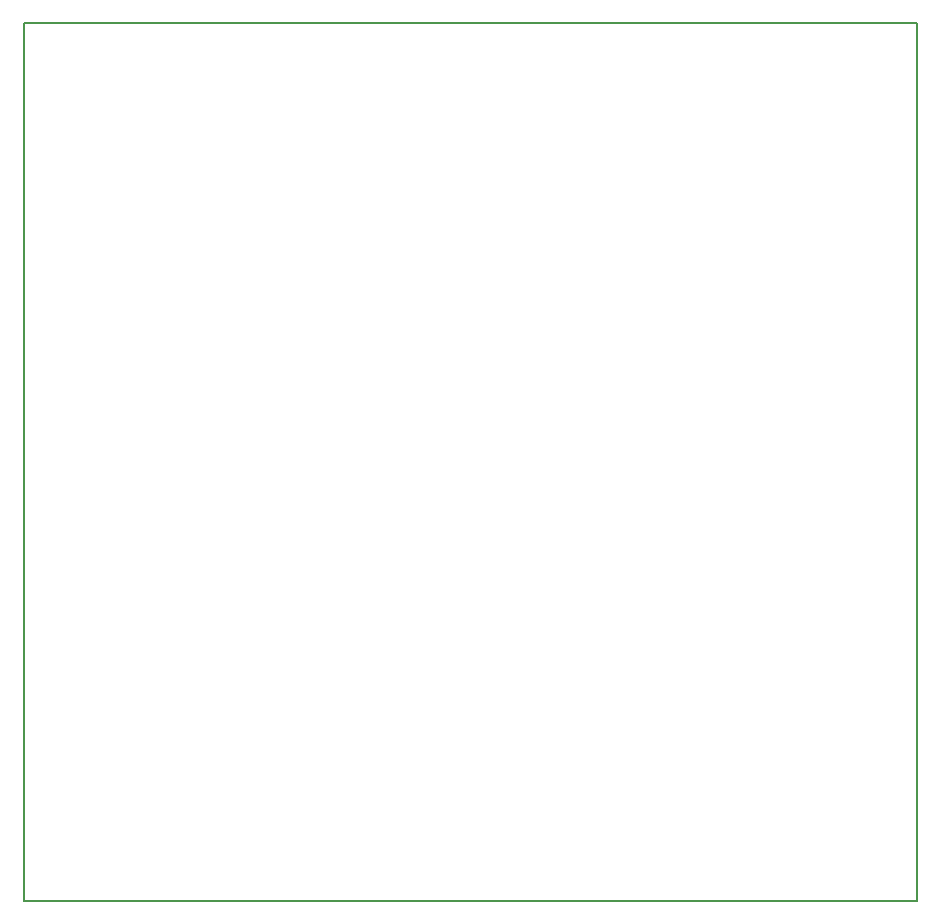
<source format=gbr>
G04 PROTEUS GERBER X2 FILE*
%TF.GenerationSoftware,Labcenter,Proteus,8.6-SP2-Build23525*%
%TF.CreationDate,2021-03-06T05:49:37+00:00*%
%TF.FileFunction,NonPlated,1,2,NPTH*%
%TF.FilePolarity,Positive*%
%TF.Part,Single*%
%FSLAX45Y45*%
%MOMM*%
G01*
%TA.AperFunction,Profile*%
%ADD19C,0.203200*%
%TD.AperFunction*%
D19*
X-3970000Y-6502559D02*
X+3592323Y-6502559D01*
X+3592323Y+932087D01*
X-3970000Y+932087D01*
X-3970000Y-6502559D01*
M02*

</source>
